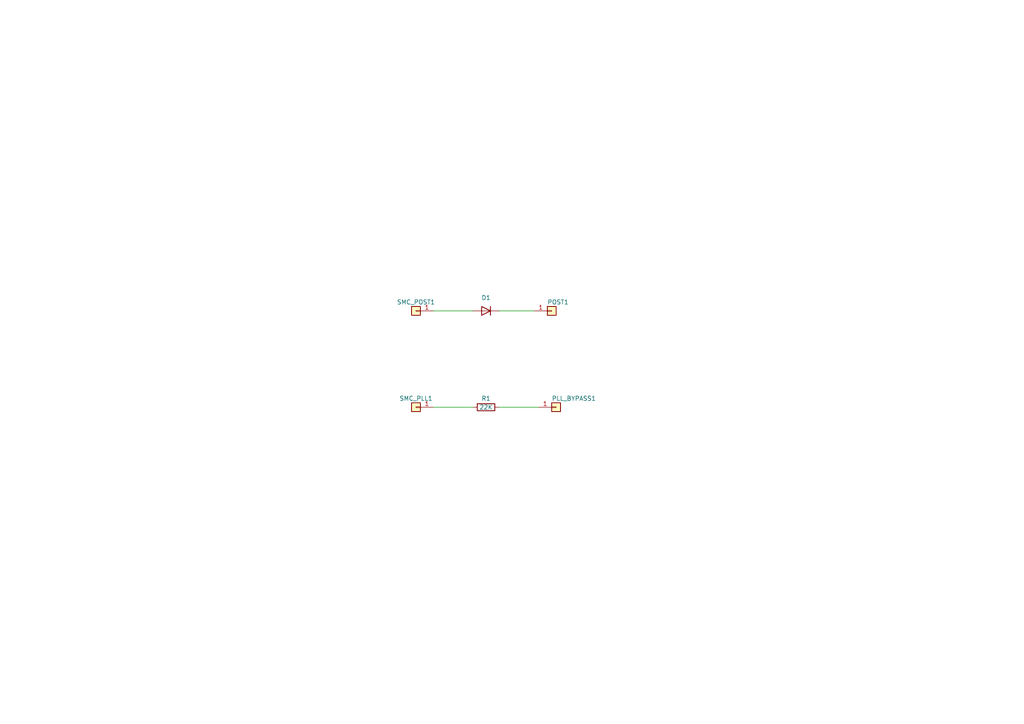
<source format=kicad_sch>
(kicad_sch (version 20211123) (generator eeschema)

  (uuid 7a043664-ae37-4842-9be0-01ecab867186)

  (paper "A4")

  (lib_symbols
    (symbol "Connector_Generic:Conn_01x01" (pin_names (offset 1.016) hide) (in_bom yes) (on_board yes)
      (property "Reference" "J" (id 0) (at 0 2.54 0)
        (effects (font (size 1.27 1.27)))
      )
      (property "Value" "Conn_01x01" (id 1) (at 0 -2.54 0)
        (effects (font (size 1.27 1.27)))
      )
      (property "Footprint" "" (id 2) (at 0 0 0)
        (effects (font (size 1.27 1.27)) hide)
      )
      (property "Datasheet" "~" (id 3) (at 0 0 0)
        (effects (font (size 1.27 1.27)) hide)
      )
      (property "ki_keywords" "connector" (id 4) (at 0 0 0)
        (effects (font (size 1.27 1.27)) hide)
      )
      (property "ki_description" "Generic connector, single row, 01x01, script generated (kicad-library-utils/schlib/autogen/connector/)" (id 5) (at 0 0 0)
        (effects (font (size 1.27 1.27)) hide)
      )
      (property "ki_fp_filters" "Connector*:*_1x??_*" (id 6) (at 0 0 0)
        (effects (font (size 1.27 1.27)) hide)
      )
      (symbol "Conn_01x01_1_1"
        (rectangle (start -1.27 0.127) (end 0 -0.127)
          (stroke (width 0.1524) (type default) (color 0 0 0 0))
          (fill (type none))
        )
        (rectangle (start -1.27 1.27) (end 1.27 -1.27)
          (stroke (width 0.254) (type default) (color 0 0 0 0))
          (fill (type background))
        )
        (pin passive line (at -5.08 0 0) (length 3.81)
          (name "Pin_1" (effects (font (size 1.27 1.27))))
          (number "1" (effects (font (size 1.27 1.27))))
        )
      )
    )
    (symbol "Device:R" (pin_numbers hide) (pin_names (offset 0)) (in_bom yes) (on_board yes)
      (property "Reference" "R" (id 0) (at 2.032 0 90)
        (effects (font (size 1.27 1.27)))
      )
      (property "Value" "R" (id 1) (at 0 0 90)
        (effects (font (size 1.27 1.27)))
      )
      (property "Footprint" "" (id 2) (at -1.778 0 90)
        (effects (font (size 1.27 1.27)) hide)
      )
      (property "Datasheet" "~" (id 3) (at 0 0 0)
        (effects (font (size 1.27 1.27)) hide)
      )
      (property "ki_keywords" "R res resistor" (id 4) (at 0 0 0)
        (effects (font (size 1.27 1.27)) hide)
      )
      (property "ki_description" "Resistor" (id 5) (at 0 0 0)
        (effects (font (size 1.27 1.27)) hide)
      )
      (property "ki_fp_filters" "R_*" (id 6) (at 0 0 0)
        (effects (font (size 1.27 1.27)) hide)
      )
      (symbol "R_0_1"
        (rectangle (start -1.016 -2.54) (end 1.016 2.54)
          (stroke (width 0.254) (type default) (color 0 0 0 0))
          (fill (type none))
        )
      )
      (symbol "R_1_1"
        (pin passive line (at 0 3.81 270) (length 1.27)
          (name "~" (effects (font (size 1.27 1.27))))
          (number "1" (effects (font (size 1.27 1.27))))
        )
        (pin passive line (at 0 -3.81 90) (length 1.27)
          (name "~" (effects (font (size 1.27 1.27))))
          (number "2" (effects (font (size 1.27 1.27))))
        )
      )
    )
    (symbol "Diode:1N4148W" (pin_numbers hide) (pin_names (offset 1.016) hide) (in_bom yes) (on_board yes)
      (property "Reference" "D" (id 0) (at 0 2.54 0)
        (effects (font (size 1.27 1.27)))
      )
      (property "Value" "1N4148W" (id 1) (at 0 -2.54 0)
        (effects (font (size 1.27 1.27)))
      )
      (property "Footprint" "Diode_SMD:D_SOD-123" (id 2) (at 0 -4.445 0)
        (effects (font (size 1.27 1.27)) hide)
      )
      (property "Datasheet" "https://www.vishay.com/docs/85748/1n4148w.pdf" (id 3) (at 0 0 0)
        (effects (font (size 1.27 1.27)) hide)
      )
      (property "ki_keywords" "diode" (id 4) (at 0 0 0)
        (effects (font (size 1.27 1.27)) hide)
      )
      (property "ki_description" "75V 0.15A Fast Switching Diode, SOD-123" (id 5) (at 0 0 0)
        (effects (font (size 1.27 1.27)) hide)
      )
      (property "ki_fp_filters" "D*SOD?123*" (id 6) (at 0 0 0)
        (effects (font (size 1.27 1.27)) hide)
      )
      (symbol "1N4148W_0_1"
        (polyline
          (pts
            (xy -1.27 1.27)
            (xy -1.27 -1.27)
          )
          (stroke (width 0.254) (type default) (color 0 0 0 0))
          (fill (type none))
        )
        (polyline
          (pts
            (xy 1.27 0)
            (xy -1.27 0)
          )
          (stroke (width 0) (type default) (color 0 0 0 0))
          (fill (type none))
        )
        (polyline
          (pts
            (xy 1.27 1.27)
            (xy 1.27 -1.27)
            (xy -1.27 0)
            (xy 1.27 1.27)
          )
          (stroke (width 0.254) (type default) (color 0 0 0 0))
          (fill (type none))
        )
      )
      (symbol "1N4148W_1_1"
        (pin passive line (at -3.81 0 0) (length 2.54)
          (name "K" (effects (font (size 1.27 1.27))))
          (number "1" (effects (font (size 1.27 1.27))))
        )
        (pin passive line (at 3.81 0 180) (length 2.54)
          (name "A" (effects (font (size 1.27 1.27))))
          (number "2" (effects (font (size 1.27 1.27))))
        )
      )
    )
  )


  (wire (pts (xy 125.73 118.11) (xy 137.16 118.11))
    (stroke (width 0) (type default) (color 0 0 0 0))
    (uuid 0b9e71af-3d84-46ef-bb98-339122c49963)
  )
  (wire (pts (xy 125.73 90.17) (xy 137.16 90.17))
    (stroke (width 0) (type default) (color 0 0 0 0))
    (uuid 54aa206e-23e3-45c8-ae61-e0c69dea9a8c)
  )
  (wire (pts (xy 144.78 90.17) (xy 154.94 90.17))
    (stroke (width 0) (type default) (color 0 0 0 0))
    (uuid 967cc7af-8a5c-46c3-8fd4-056462f99b94)
  )
  (wire (pts (xy 144.78 118.11) (xy 156.21 118.11))
    (stroke (width 0) (type default) (color 0 0 0 0))
    (uuid d77c97ea-ea63-41de-93ef-93b435ae43d1)
  )

  (symbol (lib_id "Connector_Generic:Conn_01x01") (at 161.29 118.11 0) (unit 1)
    (in_bom yes) (on_board yes)
    (uuid 1e53d8dc-de34-4621-8a5c-e534a5fcaca7)
    (property "Reference" "PLL_BYPASS1" (id 0) (at 160.02 115.57 0)
      (effects (font (size 1.27 1.27)) (justify left))
    )
    (property "Value" "Conn_01x01" (id 1) (at 161.29 121.92 0)
      (effects (font (size 1.27 1.27)) hide)
    )
    (property "Footprint" "TestPoint:TestPoint_Pad_D1.5mm" (id 2) (at 161.29 118.11 0)
      (effects (font (size 1.27 1.27)) hide)
    )
    (property "Datasheet" "~" (id 3) (at 161.29 118.11 0)
      (effects (font (size 1.27 1.27)) hide)
    )
    (pin "1" (uuid eeba6c33-3ee5-4244-b34e-7f7ba2d664d4))
  )

  (symbol (lib_id "Connector_Generic:Conn_01x01") (at 160.02 90.17 0) (unit 1)
    (in_bom yes) (on_board yes)
    (uuid 7cf86a60-529a-49a1-82cb-d1cce9353755)
    (property "Reference" "POST1" (id 0) (at 158.75 87.63 0)
      (effects (font (size 1.27 1.27)) (justify left))
    )
    (property "Value" "Conn_01x01" (id 1) (at 160.02 93.98 0)
      (effects (font (size 1.27 1.27)) hide)
    )
    (property "Footprint" "TestPoint:TestPoint_Pad_D1.5mm" (id 2) (at 160.02 90.17 0)
      (effects (font (size 1.27 1.27)) hide)
    )
    (property "Datasheet" "~" (id 3) (at 160.02 90.17 0)
      (effects (font (size 1.27 1.27)) hide)
    )
    (pin "1" (uuid ad1e1afe-f77e-41c8-8b8d-88549fdfaf9f))
  )

  (symbol (lib_id "Diode:1N4148W") (at 140.97 90.17 180) (unit 1)
    (in_bom yes) (on_board yes) (fields_autoplaced)
    (uuid a8a53a88-eda8-4637-9ed0-b9e77c2d545d)
    (property "Reference" "D1" (id 0) (at 140.97 86.36 0))
    (property "Value" "1N4148W" (id 1) (at 140.97 93.98 0)
      (effects (font (size 1.27 1.27)) hide)
    )
    (property "Footprint" "Diode_SMD:D_SOD-123" (id 2) (at 140.97 85.725 0)
      (effects (font (size 1.27 1.27)) hide)
    )
    (property "Datasheet" "https://www.vishay.com/docs/85748/1n4148w.pdf" (id 3) (at 140.97 90.17 0)
      (effects (font (size 1.27 1.27)) hide)
    )
    (pin "1" (uuid 404be5b3-de15-4057-aaf3-4c99cac2881b))
    (pin "2" (uuid 61e4d3b3-0569-4cde-81a7-f8a9ad1d44c2))
  )

  (symbol (lib_id "Connector_Generic:Conn_01x01") (at 120.65 118.11 180) (unit 1)
    (in_bom yes) (on_board yes)
    (uuid c7fe3c80-68d8-4ee4-bbeb-ab372bec9792)
    (property "Reference" "SMC_PLL1" (id 0) (at 120.65 115.57 0))
    (property "Value" "Conn_01x01" (id 1) (at 120.65 114.3 0)
      (effects (font (size 1.27 1.27)) hide)
    )
    (property "Footprint" "TestPoint:TestPoint_Pad_D1.5mm" (id 2) (at 120.65 118.11 0)
      (effects (font (size 1.27 1.27)) hide)
    )
    (property "Datasheet" "~" (id 3) (at 120.65 118.11 0)
      (effects (font (size 1.27 1.27)) hide)
    )
    (pin "1" (uuid 58e80fb6-09e1-4ab6-87fe-50f4d7db4fa6))
  )

  (symbol (lib_id "Device:R") (at 140.97 118.11 90) (unit 1)
    (in_bom yes) (on_board yes)
    (uuid dd37d2e0-f8a6-4502-90f0-21e1403b1b64)
    (property "Reference" "R1" (id 0) (at 140.97 115.57 90))
    (property "Value" "22K" (id 1) (at 140.97 118.11 90))
    (property "Footprint" "Resistor_SMD:R_0805_2012Metric" (id 2) (at 140.97 119.888 90)
      (effects (font (size 1.27 1.27)) hide)
    )
    (property "Datasheet" "~" (id 3) (at 140.97 118.11 0)
      (effects (font (size 1.27 1.27)) hide)
    )
    (pin "1" (uuid 14d02df9-8b83-4d71-a0bc-d90eeb672a5b))
    (pin "2" (uuid 9f7c0e94-5250-4914-9d10-ac791554d8a9))
  )

  (symbol (lib_id "Connector_Generic:Conn_01x01") (at 120.65 90.17 180) (unit 1)
    (in_bom yes) (on_board yes)
    (uuid e34eff2d-a473-495e-b3e6-3190a6642038)
    (property "Reference" "SMC_POST1" (id 0) (at 120.65 87.63 0))
    (property "Value" "Conn_01x01" (id 1) (at 120.65 86.36 0)
      (effects (font (size 1.27 1.27)) hide)
    )
    (property "Footprint" "TestPoint:TestPoint_Pad_D1.5mm" (id 2) (at 120.65 90.17 0)
      (effects (font (size 1.27 1.27)) hide)
    )
    (property "Datasheet" "~" (id 3) (at 120.65 90.17 0)
      (effects (font (size 1.27 1.27)) hide)
    )
    (pin "1" (uuid f789a0b2-48b7-4a65-aee8-b481bc477f35))
  )

  (sheet_instances
    (path "/" (page "1"))
  )

  (symbol_instances
    (path "/a8a53a88-eda8-4637-9ed0-b9e77c2d545d"
      (reference "D1") (unit 1) (value "1N4148W") (footprint "Diode_SMD:D_SOD-123")
    )
    (path "/1e53d8dc-de34-4621-8a5c-e534a5fcaca7"
      (reference "PLL_BYPASS1") (unit 1) (value "Conn_01x01") (footprint "TestPoint:TestPoint_Pad_D1.5mm")
    )
    (path "/7cf86a60-529a-49a1-82cb-d1cce9353755"
      (reference "POST1") (unit 1) (value "Conn_01x01") (footprint "TestPoint:TestPoint_Pad_D1.5mm")
    )
    (path "/dd37d2e0-f8a6-4502-90f0-21e1403b1b64"
      (reference "R1") (unit 1) (value "22K") (footprint "Resistor_SMD:R_0805_2012Metric")
    )
    (path "/c7fe3c80-68d8-4ee4-bbeb-ab372bec9792"
      (reference "SMC_PLL1") (unit 1) (value "Conn_01x01") (footprint "TestPoint:TestPoint_Pad_D1.5mm")
    )
    (path "/e34eff2d-a473-495e-b3e6-3190a6642038"
      (reference "SMC_POST1") (unit 1) (value "Conn_01x01") (footprint "TestPoint:TestPoint_Pad_D1.5mm")
    )
  )
)

</source>
